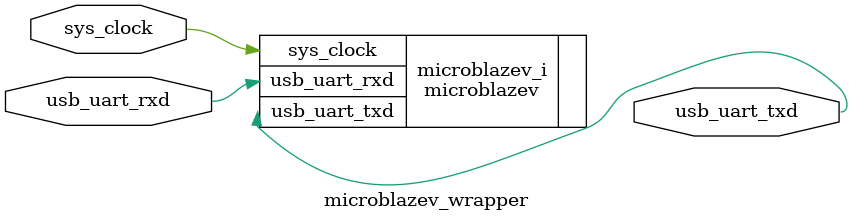
<source format=v>
`timescale 1 ps / 1 ps

module microblazev_wrapper
   (sys_clock,
    usb_uart_rxd,
    usb_uart_txd);
  input sys_clock;
  input usb_uart_rxd;
  output usb_uart_txd;

  wire sys_clock;
  wire usb_uart_rxd;
  wire usb_uart_txd;

  microblazev microblazev_i
       (.sys_clock(sys_clock),
        .usb_uart_rxd(usb_uart_rxd),
        .usb_uart_txd(usb_uart_txd));
endmodule

</source>
